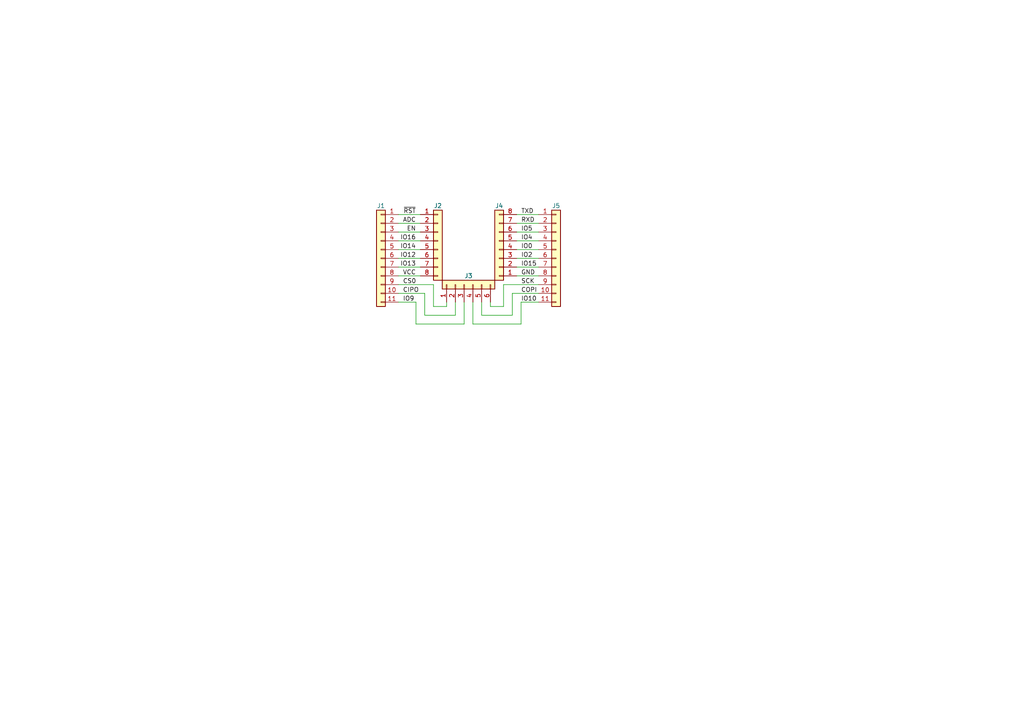
<source format=kicad_sch>
(kicad_sch (version 20211014) (generator eeschema)

  (uuid e63e39d7-6ac0-4ffd-8aa3-1841a4541b55)

  (paper "A4")

  (lib_symbols
    (symbol "Connector_Generic:Conn_01x06" (pin_names (offset 1.016) hide) (in_bom yes) (on_board yes)
      (property "Reference" "J" (id 0) (at 0 7.62 0)
        (effects (font (size 1.27 1.27)))
      )
      (property "Value" "Conn_01x06" (id 1) (at 0 -10.16 0)
        (effects (font (size 1.27 1.27)))
      )
      (property "Footprint" "" (id 2) (at 0 0 0)
        (effects (font (size 1.27 1.27)) hide)
      )
      (property "Datasheet" "~" (id 3) (at 0 0 0)
        (effects (font (size 1.27 1.27)) hide)
      )
      (property "ki_keywords" "connector" (id 4) (at 0 0 0)
        (effects (font (size 1.27 1.27)) hide)
      )
      (property "ki_description" "Generic connector, single row, 01x06, script generated (kicad-library-utils/schlib/autogen/connector/)" (id 5) (at 0 0 0)
        (effects (font (size 1.27 1.27)) hide)
      )
      (property "ki_fp_filters" "Connector*:*_1x??_*" (id 6) (at 0 0 0)
        (effects (font (size 1.27 1.27)) hide)
      )
      (symbol "Conn_01x06_1_1"
        (rectangle (start -1.27 -7.493) (end 0 -7.747)
          (stroke (width 0.1524) (type default))
          (fill (type none))
        )
        (rectangle (start -1.27 -4.953) (end 0 -5.207)
          (stroke (width 0.1524) (type default))
          (fill (type none))
        )
        (rectangle (start -1.27 -2.413) (end 0 -2.667)
          (stroke (width 0.1524) (type default))
          (fill (type none))
        )
        (rectangle (start -1.27 0.127) (end 0 -0.127)
          (stroke (width 0.1524) (type default))
          (fill (type none))
        )
        (rectangle (start -1.27 2.667) (end 0 2.413)
          (stroke (width 0.1524) (type default))
          (fill (type none))
        )
        (rectangle (start -1.27 5.207) (end 0 4.953)
          (stroke (width 0.1524) (type default))
          (fill (type none))
        )
        (rectangle (start -1.27 6.35) (end 1.27 -8.89)
          (stroke (width 0.254) (type default))
          (fill (type background))
        )
        (pin passive line (at -5.08 5.08 0) (length 3.81)
          (name "Pin_1" (effects (font (size 1.27 1.27))))
          (number "1" (effects (font (size 1.27 1.27))))
        )
        (pin passive line (at -5.08 2.54 0) (length 3.81)
          (name "Pin_2" (effects (font (size 1.27 1.27))))
          (number "2" (effects (font (size 1.27 1.27))))
        )
        (pin passive line (at -5.08 0 0) (length 3.81)
          (name "Pin_3" (effects (font (size 1.27 1.27))))
          (number "3" (effects (font (size 1.27 1.27))))
        )
        (pin passive line (at -5.08 -2.54 0) (length 3.81)
          (name "Pin_4" (effects (font (size 1.27 1.27))))
          (number "4" (effects (font (size 1.27 1.27))))
        )
        (pin passive line (at -5.08 -5.08 0) (length 3.81)
          (name "Pin_5" (effects (font (size 1.27 1.27))))
          (number "5" (effects (font (size 1.27 1.27))))
        )
        (pin passive line (at -5.08 -7.62 0) (length 3.81)
          (name "Pin_6" (effects (font (size 1.27 1.27))))
          (number "6" (effects (font (size 1.27 1.27))))
        )
      )
    )
    (symbol "Connector_Generic:Conn_01x08" (pin_names (offset 1.016) hide) (in_bom yes) (on_board yes)
      (property "Reference" "J" (id 0) (at 0 10.16 0)
        (effects (font (size 1.27 1.27)))
      )
      (property "Value" "Conn_01x08" (id 1) (at 0 -12.7 0)
        (effects (font (size 1.27 1.27)))
      )
      (property "Footprint" "" (id 2) (at 0 0 0)
        (effects (font (size 1.27 1.27)) hide)
      )
      (property "Datasheet" "~" (id 3) (at 0 0 0)
        (effects (font (size 1.27 1.27)) hide)
      )
      (property "ki_keywords" "connector" (id 4) (at 0 0 0)
        (effects (font (size 1.27 1.27)) hide)
      )
      (property "ki_description" "Generic connector, single row, 01x08, script generated (kicad-library-utils/schlib/autogen/connector/)" (id 5) (at 0 0 0)
        (effects (font (size 1.27 1.27)) hide)
      )
      (property "ki_fp_filters" "Connector*:*_1x??_*" (id 6) (at 0 0 0)
        (effects (font (size 1.27 1.27)) hide)
      )
      (symbol "Conn_01x08_1_1"
        (rectangle (start -1.27 -10.033) (end 0 -10.287)
          (stroke (width 0.1524) (type default))
          (fill (type none))
        )
        (rectangle (start -1.27 -7.493) (end 0 -7.747)
          (stroke (width 0.1524) (type default))
          (fill (type none))
        )
        (rectangle (start -1.27 -4.953) (end 0 -5.207)
          (stroke (width 0.1524) (type default))
          (fill (type none))
        )
        (rectangle (start -1.27 -2.413) (end 0 -2.667)
          (stroke (width 0.1524) (type default))
          (fill (type none))
        )
        (rectangle (start -1.27 0.127) (end 0 -0.127)
          (stroke (width 0.1524) (type default))
          (fill (type none))
        )
        (rectangle (start -1.27 2.667) (end 0 2.413)
          (stroke (width 0.1524) (type default))
          (fill (type none))
        )
        (rectangle (start -1.27 5.207) (end 0 4.953)
          (stroke (width 0.1524) (type default))
          (fill (type none))
        )
        (rectangle (start -1.27 7.747) (end 0 7.493)
          (stroke (width 0.1524) (type default))
          (fill (type none))
        )
        (rectangle (start -1.27 8.89) (end 1.27 -11.43)
          (stroke (width 0.254) (type default))
          (fill (type background))
        )
        (pin passive line (at -5.08 7.62 0) (length 3.81)
          (name "Pin_1" (effects (font (size 1.27 1.27))))
          (number "1" (effects (font (size 1.27 1.27))))
        )
        (pin passive line (at -5.08 5.08 0) (length 3.81)
          (name "Pin_2" (effects (font (size 1.27 1.27))))
          (number "2" (effects (font (size 1.27 1.27))))
        )
        (pin passive line (at -5.08 2.54 0) (length 3.81)
          (name "Pin_3" (effects (font (size 1.27 1.27))))
          (number "3" (effects (font (size 1.27 1.27))))
        )
        (pin passive line (at -5.08 0 0) (length 3.81)
          (name "Pin_4" (effects (font (size 1.27 1.27))))
          (number "4" (effects (font (size 1.27 1.27))))
        )
        (pin passive line (at -5.08 -2.54 0) (length 3.81)
          (name "Pin_5" (effects (font (size 1.27 1.27))))
          (number "5" (effects (font (size 1.27 1.27))))
        )
        (pin passive line (at -5.08 -5.08 0) (length 3.81)
          (name "Pin_6" (effects (font (size 1.27 1.27))))
          (number "6" (effects (font (size 1.27 1.27))))
        )
        (pin passive line (at -5.08 -7.62 0) (length 3.81)
          (name "Pin_7" (effects (font (size 1.27 1.27))))
          (number "7" (effects (font (size 1.27 1.27))))
        )
        (pin passive line (at -5.08 -10.16 0) (length 3.81)
          (name "Pin_8" (effects (font (size 1.27 1.27))))
          (number "8" (effects (font (size 1.27 1.27))))
        )
      )
    )
    (symbol "Connector_Generic:Conn_01x11" (pin_names (offset 1.016) hide) (in_bom yes) (on_board yes)
      (property "Reference" "J" (id 0) (at 0 15.24 0)
        (effects (font (size 1.27 1.27)))
      )
      (property "Value" "Conn_01x11" (id 1) (at 0 -15.24 0)
        (effects (font (size 1.27 1.27)))
      )
      (property "Footprint" "" (id 2) (at 0 0 0)
        (effects (font (size 1.27 1.27)) hide)
      )
      (property "Datasheet" "~" (id 3) (at 0 0 0)
        (effects (font (size 1.27 1.27)) hide)
      )
      (property "ki_keywords" "connector" (id 4) (at 0 0 0)
        (effects (font (size 1.27 1.27)) hide)
      )
      (property "ki_description" "Generic connector, single row, 01x11, script generated (kicad-library-utils/schlib/autogen/connector/)" (id 5) (at 0 0 0)
        (effects (font (size 1.27 1.27)) hide)
      )
      (property "ki_fp_filters" "Connector*:*_1x??_*" (id 6) (at 0 0 0)
        (effects (font (size 1.27 1.27)) hide)
      )
      (symbol "Conn_01x11_1_1"
        (rectangle (start -1.27 -12.573) (end 0 -12.827)
          (stroke (width 0.1524) (type default))
          (fill (type none))
        )
        (rectangle (start -1.27 -10.033) (end 0 -10.287)
          (stroke (width 0.1524) (type default))
          (fill (type none))
        )
        (rectangle (start -1.27 -7.493) (end 0 -7.747)
          (stroke (width 0.1524) (type default))
          (fill (type none))
        )
        (rectangle (start -1.27 -4.953) (end 0 -5.207)
          (stroke (width 0.1524) (type default))
          (fill (type none))
        )
        (rectangle (start -1.27 -2.413) (end 0 -2.667)
          (stroke (width 0.1524) (type default))
          (fill (type none))
        )
        (rectangle (start -1.27 0.127) (end 0 -0.127)
          (stroke (width 0.1524) (type default))
          (fill (type none))
        )
        (rectangle (start -1.27 2.667) (end 0 2.413)
          (stroke (width 0.1524) (type default))
          (fill (type none))
        )
        (rectangle (start -1.27 5.207) (end 0 4.953)
          (stroke (width 0.1524) (type default))
          (fill (type none))
        )
        (rectangle (start -1.27 7.747) (end 0 7.493)
          (stroke (width 0.1524) (type default))
          (fill (type none))
        )
        (rectangle (start -1.27 10.287) (end 0 10.033)
          (stroke (width 0.1524) (type default))
          (fill (type none))
        )
        (rectangle (start -1.27 12.827) (end 0 12.573)
          (stroke (width 0.1524) (type default))
          (fill (type none))
        )
        (rectangle (start -1.27 13.97) (end 1.27 -13.97)
          (stroke (width 0.254) (type default))
          (fill (type background))
        )
        (pin passive line (at -5.08 12.7 0) (length 3.81)
          (name "Pin_1" (effects (font (size 1.27 1.27))))
          (number "1" (effects (font (size 1.27 1.27))))
        )
        (pin passive line (at -5.08 -10.16 0) (length 3.81)
          (name "Pin_10" (effects (font (size 1.27 1.27))))
          (number "10" (effects (font (size 1.27 1.27))))
        )
        (pin passive line (at -5.08 -12.7 0) (length 3.81)
          (name "Pin_11" (effects (font (size 1.27 1.27))))
          (number "11" (effects (font (size 1.27 1.27))))
        )
        (pin passive line (at -5.08 10.16 0) (length 3.81)
          (name "Pin_2" (effects (font (size 1.27 1.27))))
          (number "2" (effects (font (size 1.27 1.27))))
        )
        (pin passive line (at -5.08 7.62 0) (length 3.81)
          (name "Pin_3" (effects (font (size 1.27 1.27))))
          (number "3" (effects (font (size 1.27 1.27))))
        )
        (pin passive line (at -5.08 5.08 0) (length 3.81)
          (name "Pin_4" (effects (font (size 1.27 1.27))))
          (number "4" (effects (font (size 1.27 1.27))))
        )
        (pin passive line (at -5.08 2.54 0) (length 3.81)
          (name "Pin_5" (effects (font (size 1.27 1.27))))
          (number "5" (effects (font (size 1.27 1.27))))
        )
        (pin passive line (at -5.08 0 0) (length 3.81)
          (name "Pin_6" (effects (font (size 1.27 1.27))))
          (number "6" (effects (font (size 1.27 1.27))))
        )
        (pin passive line (at -5.08 -2.54 0) (length 3.81)
          (name "Pin_7" (effects (font (size 1.27 1.27))))
          (number "7" (effects (font (size 1.27 1.27))))
        )
        (pin passive line (at -5.08 -5.08 0) (length 3.81)
          (name "Pin_8" (effects (font (size 1.27 1.27))))
          (number "8" (effects (font (size 1.27 1.27))))
        )
        (pin passive line (at -5.08 -7.62 0) (length 3.81)
          (name "Pin_9" (effects (font (size 1.27 1.27))))
          (number "9" (effects (font (size 1.27 1.27))))
        )
      )
    )
  )


  (wire (pts (xy 115.57 69.85) (xy 121.92 69.85))
    (stroke (width 0) (type default))
    (uuid 02c80ffa-2b57-4150-98f7-5e8f2570992c)
  )
  (wire (pts (xy 115.57 64.77) (xy 121.92 64.77))
    (stroke (width 0) (type default))
    (uuid 0567a4de-9bca-4124-86cd-85ffc8f5ac1b)
  )
  (wire (pts (xy 115.57 82.55) (xy 125.73 82.55))
    (stroke (width 0) (type default))
    (uuid 06f7fbe8-4b5b-446c-9752-bb32dc9894f8)
  )
  (wire (pts (xy 146.05 82.55) (xy 156.21 82.55))
    (stroke (width 0) (type default))
    (uuid 08bcad49-da88-496a-a818-fa3a5821abe2)
  )
  (wire (pts (xy 149.86 67.31) (xy 156.21 67.31))
    (stroke (width 0) (type default))
    (uuid 0afecb5d-3aaa-4c12-b41c-ceb8a5820b52)
  )
  (wire (pts (xy 142.24 87.63) (xy 142.24 88.9))
    (stroke (width 0) (type default))
    (uuid 153d1bfe-f46b-418b-b9f9-4f2e518d4f2d)
  )
  (wire (pts (xy 134.62 93.98) (xy 120.65 93.98))
    (stroke (width 0) (type default))
    (uuid 15ae3799-db68-41f6-b665-c645a9a6273d)
  )
  (wire (pts (xy 123.19 91.44) (xy 132.08 91.44))
    (stroke (width 0) (type default))
    (uuid 1d9afec2-9e5a-4cbf-bf31-961fbd8fdaf0)
  )
  (wire (pts (xy 156.21 85.09) (xy 148.59 85.09))
    (stroke (width 0) (type default))
    (uuid 2395fd21-ee7b-4de6-89cf-368a64cb56df)
  )
  (wire (pts (xy 139.7 87.63) (xy 139.7 91.44))
    (stroke (width 0) (type default))
    (uuid 2410b564-f0df-45e5-b72d-6fe18542cdf7)
  )
  (wire (pts (xy 149.86 80.01) (xy 156.21 80.01))
    (stroke (width 0) (type default))
    (uuid 287a03fa-6599-4bb6-9436-308dc4bfe04d)
  )
  (wire (pts (xy 139.7 91.44) (xy 148.59 91.44))
    (stroke (width 0) (type default))
    (uuid 3804a4ba-3c75-4041-9ba2-521c99c6b12a)
  )
  (wire (pts (xy 125.73 82.55) (xy 125.73 88.9))
    (stroke (width 0) (type default))
    (uuid 3e571faa-7815-4c77-971f-cd8fea890345)
  )
  (wire (pts (xy 123.19 85.09) (xy 123.19 91.44))
    (stroke (width 0) (type default))
    (uuid 450d58dd-f622-4dcb-b696-ed922656f827)
  )
  (wire (pts (xy 115.57 87.63) (xy 120.65 87.63))
    (stroke (width 0) (type default))
    (uuid 489e80c4-9f44-4db8-8762-2bbde760952d)
  )
  (wire (pts (xy 115.57 72.39) (xy 121.92 72.39))
    (stroke (width 0) (type default))
    (uuid 4de33e89-5062-4f7b-a8c1-d8591f860778)
  )
  (wire (pts (xy 132.08 87.63) (xy 132.08 91.44))
    (stroke (width 0) (type default))
    (uuid 508eef7e-606f-4065-ac87-0c09ced69360)
  )
  (wire (pts (xy 115.57 62.23) (xy 121.92 62.23))
    (stroke (width 0) (type default))
    (uuid 512e41cd-610e-4205-8c43-803e129dc931)
  )
  (wire (pts (xy 125.73 88.9) (xy 129.54 88.9))
    (stroke (width 0) (type default))
    (uuid 5e01ec22-0498-48d5-9ebc-7bf56710528a)
  )
  (wire (pts (xy 149.86 69.85) (xy 156.21 69.85))
    (stroke (width 0) (type default))
    (uuid 62cdf480-cb19-4dce-8aa4-3c28e7889b60)
  )
  (wire (pts (xy 151.13 87.63) (xy 156.21 87.63))
    (stroke (width 0) (type default))
    (uuid 6c47f8a0-58e2-49f5-93a9-41dc917920fe)
  )
  (wire (pts (xy 142.24 88.9) (xy 146.05 88.9))
    (stroke (width 0) (type default))
    (uuid 74272323-5ef7-4a92-9657-c27a1a1675a0)
  )
  (wire (pts (xy 149.86 62.23) (xy 156.21 62.23))
    (stroke (width 0) (type default))
    (uuid 8b03350a-9a27-4e8b-a7f2-d1c74102e621)
  )
  (wire (pts (xy 115.57 80.01) (xy 121.92 80.01))
    (stroke (width 0) (type default))
    (uuid 91df9f69-c0af-4167-9128-2fae40dbdd3b)
  )
  (wire (pts (xy 129.54 87.63) (xy 129.54 88.9))
    (stroke (width 0) (type default))
    (uuid 9478a387-0d0d-43c0-ac6b-9f294d1f46e1)
  )
  (wire (pts (xy 146.05 88.9) (xy 146.05 82.55))
    (stroke (width 0) (type default))
    (uuid 9a38446a-30fb-48a8-b118-416d557249da)
  )
  (wire (pts (xy 137.16 93.98) (xy 151.13 93.98))
    (stroke (width 0) (type default))
    (uuid a0576b86-4339-4fe7-90f9-a86443f371dd)
  )
  (wire (pts (xy 148.59 85.09) (xy 148.59 91.44))
    (stroke (width 0) (type default))
    (uuid a48c682b-e456-412d-ba61-416ad752ae66)
  )
  (wire (pts (xy 149.86 74.93) (xy 156.21 74.93))
    (stroke (width 0) (type default))
    (uuid a9c65548-7b10-464f-8c6e-dd54bce38cf7)
  )
  (wire (pts (xy 151.13 93.98) (xy 151.13 87.63))
    (stroke (width 0) (type default))
    (uuid ae5787de-8059-4d56-992f-63c88d07f9f7)
  )
  (wire (pts (xy 115.57 74.93) (xy 121.92 74.93))
    (stroke (width 0) (type default))
    (uuid aebedd11-ac07-49f1-b97f-fb5c43bbfdff)
  )
  (wire (pts (xy 115.57 77.47) (xy 121.92 77.47))
    (stroke (width 0) (type default))
    (uuid aef8255b-1e0b-4d3d-8273-ee58a7808e8c)
  )
  (wire (pts (xy 137.16 87.63) (xy 137.16 93.98))
    (stroke (width 0) (type default))
    (uuid beab3d5c-1c35-4e1a-b94f-200384965735)
  )
  (wire (pts (xy 149.86 77.47) (xy 156.21 77.47))
    (stroke (width 0) (type default))
    (uuid d14b5fd7-2715-427d-a618-edf54af659b8)
  )
  (wire (pts (xy 149.86 72.39) (xy 156.21 72.39))
    (stroke (width 0) (type default))
    (uuid d3ab6fae-f122-49ed-bd66-219df2395dbb)
  )
  (wire (pts (xy 120.65 93.98) (xy 120.65 87.63))
    (stroke (width 0) (type default))
    (uuid d43198c6-a55f-4453-bb75-5e4f8a933f54)
  )
  (wire (pts (xy 149.86 64.77) (xy 156.21 64.77))
    (stroke (width 0) (type default))
    (uuid d6f6ba6d-6c23-4963-b7cd-f1df2516038c)
  )
  (wire (pts (xy 115.57 67.31) (xy 121.92 67.31))
    (stroke (width 0) (type default))
    (uuid e04fa5a4-5888-459a-add0-7d3aa40f6d97)
  )
  (wire (pts (xy 134.62 87.63) (xy 134.62 93.98))
    (stroke (width 0) (type default))
    (uuid e1238658-d923-46d1-a8b1-3c00a522a6d9)
  )
  (wire (pts (xy 115.57 85.09) (xy 123.19 85.09))
    (stroke (width 0) (type default))
    (uuid e9d58c60-25f1-459a-88ac-30a3fe967b4f)
  )

  (label "IO9" (at 116.84 87.63 0) (fields_autoplaced)
    (effects (font (size 1.27 1.27)) (justify left bottom))
    (uuid 21ec377d-e3fc-4fed-95db-c15f2d6be99a)
  )
  (label "VCC" (at 120.65 80.01 0) (fields_autoplaced)
    (effects (font (size 1.27 1.27)) (justify right bottom))
    (uuid 275e8601-37af-4dfb-8ad4-c8b9d924a0d5)
  )
  (label "IO12" (at 120.65 74.93 0) (fields_autoplaced)
    (effects (font (size 1.27 1.27)) (justify right bottom))
    (uuid 32d4d42c-48dd-4942-8faa-8acdeacf5d9d)
  )
  (label "SCK" (at 151.13 82.55 0) (fields_autoplaced)
    (effects (font (size 1.27 1.27)) (justify left bottom))
    (uuid 46da4625-29d8-49ab-9457-4b4e7b338c01)
  )
  (label "IO0" (at 151.13 72.39 0) (fields_autoplaced)
    (effects (font (size 1.27 1.27)) (justify left bottom))
    (uuid 56c47e38-39c6-4156-af85-df0e77ac2d1d)
  )
  (label "ADC" (at 120.65 64.77 0) (fields_autoplaced)
    (effects (font (size 1.27 1.27)) (justify right bottom))
    (uuid 5d2c038b-6646-4fcb-986f-765218b65ea0)
  )
  (label "CIPO" (at 116.84 85.09 0) (fields_autoplaced)
    (effects (font (size 1.27 1.27)) (justify left bottom))
    (uuid 63a30107-e64a-4f1f-b117-b90cb84b149e)
  )
  (label "GND" (at 151.13 80.01 0) (fields_autoplaced)
    (effects (font (size 1.27 1.27)) (justify left bottom))
    (uuid 84d70bf1-5884-42c3-8d73-99d2bbead97a)
  )
  (label "TXD" (at 151.13 62.23 0) (fields_autoplaced)
    (effects (font (size 1.27 1.27)) (justify left bottom))
    (uuid 8e7f92d7-804a-4e05-a090-bb438f375645)
  )
  (label "IO14" (at 120.65 72.39 0) (fields_autoplaced)
    (effects (font (size 1.27 1.27)) (justify right bottom))
    (uuid 97b35732-bada-4444-87f7-c2745ff0c912)
  )
  (label "IO4" (at 151.13 69.85 0) (fields_autoplaced)
    (effects (font (size 1.27 1.27)) (justify left bottom))
    (uuid bf8feaed-4695-4472-ab80-b9fe80bdbc81)
  )
  (label "IO5" (at 151.13 67.31 0) (fields_autoplaced)
    (effects (font (size 1.27 1.27)) (justify left bottom))
    (uuid c1848430-b6a8-4327-84da-59fe8e8316a8)
  )
  (label "IO13" (at 120.65 77.47 0) (fields_autoplaced)
    (effects (font (size 1.27 1.27)) (justify right bottom))
    (uuid c38efcfc-1578-4593-af06-a92e4a42b421)
  )
  (label "IO10" (at 151.13 87.63 0) (fields_autoplaced)
    (effects (font (size 1.27 1.27)) (justify left bottom))
    (uuid c4f4d3fb-c052-4efb-af00-9f03e49871a2)
  )
  (label "IO16" (at 120.65 69.85 0) (fields_autoplaced)
    (effects (font (size 1.27 1.27)) (justify right bottom))
    (uuid c5aab209-9159-4424-bbd1-043228d29af8)
  )
  (label "EN" (at 120.65 67.31 0) (fields_autoplaced)
    (effects (font (size 1.27 1.27)) (justify right bottom))
    (uuid c9c02e06-1e62-41bb-8246-335200ccf2a5)
  )
  (label "IO2" (at 151.13 74.93 0) (fields_autoplaced)
    (effects (font (size 1.27 1.27)) (justify left bottom))
    (uuid cb6beca1-f361-491c-8061-82cd74a28dfc)
  )
  (label "RXD" (at 151.13 64.77 0) (fields_autoplaced)
    (effects (font (size 1.27 1.27)) (justify left bottom))
    (uuid d414a0eb-072d-4597-8065-0c58a068c412)
  )
  (label "IO15" (at 151.13 77.47 0) (fields_autoplaced)
    (effects (font (size 1.27 1.27)) (justify left bottom))
    (uuid d549575d-c980-4d5c-9479-c6a6bb1125c4)
  )
  (label "COPI" (at 151.13 85.09 0) (fields_autoplaced)
    (effects (font (size 1.27 1.27)) (justify left bottom))
    (uuid d6201297-d47a-491d-9d8e-9615a519c818)
  )
  (label "CS0" (at 116.84 82.55 0) (fields_autoplaced)
    (effects (font (size 1.27 1.27)) (justify left bottom))
    (uuid d6a10cc9-e23d-4cff-880c-1c4e7c655172)
  )
  (label "~{RST}" (at 120.65 62.23 0) (fields_autoplaced)
    (effects (font (size 1.27 1.27)) (justify right bottom))
    (uuid fe8cbf07-3009-44a6-9e53-be7de4bcb490)
  )

  (symbol (lib_id "Connector_Generic:Conn_01x11") (at 161.29 74.93 0) (unit 1)
    (in_bom yes) (on_board yes)
    (uuid 277e35f0-0374-46e9-9598-799a3d1c264f)
    (property "Reference" "J5" (id 0) (at 161.29 59.69 0)
      (effects (font (size 1.27 1.27)))
    )
    (property "Value" "Conn_01x11" (id 1) (at 163.83 76.835 0)
      (effects (font (size 1.27 1.27)) (justify left) hide)
    )
    (property "Footprint" "Connector_PinHeader_2.54mm:PinHeader_1x11_P2.54mm_Vertical" (id 2) (at 161.29 74.93 0)
      (effects (font (size 1.27 1.27)) hide)
    )
    (property "Datasheet" "~" (id 3) (at 161.29 74.93 0)
      (effects (font (size 1.27 1.27)) hide)
    )
    (pin "1" (uuid 5ba441ec-7058-496e-8c19-5093df270303))
    (pin "10" (uuid b5c802cc-db62-4b34-93d5-a5c5ddbb4bc6))
    (pin "11" (uuid 14401e07-35c6-4a34-9ade-4e11ec5e6195))
    (pin "2" (uuid 92b61fd1-f40c-4ec6-a22d-0e20a325a8e2))
    (pin "3" (uuid 2b082c9e-8f54-435d-8931-44d03bb39619))
    (pin "4" (uuid e7b92c7b-fd2d-420e-975e-6b29d8ce868c))
    (pin "5" (uuid 14f12154-e709-43e1-b02f-144d15664ec8))
    (pin "6" (uuid be384c49-abdd-46a4-9e08-d1c169707648))
    (pin "7" (uuid ec31f6af-caf6-4325-b923-7ebbaa50e024))
    (pin "8" (uuid c3114ba2-1e33-4716-9ea9-6243a0f91ac6))
    (pin "9" (uuid 33f5a582-0b32-4b72-b4e9-ca47ae33e4bd))
  )

  (symbol (lib_id "Connector_Generic:Conn_01x11") (at 110.49 74.93 0) (mirror y) (unit 1)
    (in_bom yes) (on_board yes)
    (uuid 7dd51aca-6274-41f9-804a-42ddfca3c508)
    (property "Reference" "J1" (id 0) (at 110.49 59.69 0)
      (effects (font (size 1.27 1.27)))
    )
    (property "Value" "Conn_01x11" (id 1) (at 107.95 74.93 0)
      (effects (font (size 1.27 1.27)) hide)
    )
    (property "Footprint" "Connector_PinHeader_2.54mm:PinHeader_1x11_P2.54mm_Vertical" (id 2) (at 110.49 74.93 0)
      (effects (font (size 1.27 1.27)) hide)
    )
    (property "Datasheet" "~" (id 3) (at 110.49 74.93 0)
      (effects (font (size 1.27 1.27)) hide)
    )
    (pin "1" (uuid 5e89e722-4ac1-42a1-8758-a65d546ae93c))
    (pin "10" (uuid c3a494a4-6049-42a6-b0a7-16e7e6833e38))
    (pin "11" (uuid a9865c77-d606-4042-8ea0-9609f3e536c8))
    (pin "2" (uuid 5d161975-3ae7-4fc5-b232-96b099e41b62))
    (pin "3" (uuid 7c9726a2-a90f-443f-86ce-cff863b9f3b5))
    (pin "4" (uuid 80c8dda4-552c-4be5-b318-cc2c68b5013c))
    (pin "5" (uuid 048247de-28c1-459b-9219-f793a6906a40))
    (pin "6" (uuid 959516e7-f520-41ca-8128-77217307c260))
    (pin "7" (uuid b16e8e7f-7b63-4a5f-8865-ad68ca2aee64))
    (pin "8" (uuid ed7f7bc2-def6-412f-b831-f473c360ed9e))
    (pin "9" (uuid 396664ef-3d53-4d95-a30f-0e341dff7c0a))
  )

  (symbol (lib_id "Connector_Generic:Conn_01x08") (at 127 69.85 0) (unit 1)
    (in_bom yes) (on_board yes)
    (uuid 92460db0-ffab-4158-953b-5ab014e0b798)
    (property "Reference" "J2" (id 0) (at 127 59.69 0)
      (effects (font (size 1.27 1.27)))
    )
    (property "Value" "Conn_01x08" (id 1) (at 129.54 69.85 90)
      (effects (font (size 1.27 1.27)) hide)
    )
    (property "Footprint" "FlexyPin:FlexyPin_1x08_P2.00mm" (id 2) (at 127 69.85 0)
      (effects (font (size 1.27 1.27)) hide)
    )
    (property "Datasheet" "~" (id 3) (at 127 69.85 0)
      (effects (font (size 1.27 1.27)) hide)
    )
    (pin "1" (uuid 82dc2418-cfa6-4b4c-a998-c235954fb968))
    (pin "2" (uuid 08878d56-7ce2-4823-bd08-496599f3ff0c))
    (pin "3" (uuid c8e5ba63-4015-4eef-9939-1c3752ba4fad))
    (pin "4" (uuid 866193a7-0208-4bb2-a74a-0cf250681f6e))
    (pin "5" (uuid 12e3194d-c140-4d2f-8b52-4c2b40f6e5ef))
    (pin "6" (uuid d076ef9d-1113-4af9-9200-9d9a0b5518b7))
    (pin "7" (uuid 269a85b9-c19e-4278-ae18-4f18f80a4f85))
    (pin "8" (uuid 51bb7c13-a7a5-4061-9972-3bc823440ffa))
  )

  (symbol (lib_id "Connector_Generic:Conn_01x06") (at 134.62 82.55 90) (unit 1)
    (in_bom yes) (on_board yes)
    (uuid 990f80ca-21fe-4b7e-836a-c294e897c9a8)
    (property "Reference" "J3" (id 0) (at 135.89 80.01 90)
      (effects (font (size 1.27 1.27)))
    )
    (property "Value" "Conn_01x06" (id 1) (at 135.89 80.01 90)
      (effects (font (size 1.27 1.27)) hide)
    )
    (property "Footprint" "FlexyPin:FlexyPin_1x06_P2.00mm" (id 2) (at 134.62 82.55 0)
      (effects (font (size 1.27 1.27)) hide)
    )
    (property "Datasheet" "~" (id 3) (at 134.62 82.55 0)
      (effects (font (size 1.27 1.27)) hide)
    )
    (pin "1" (uuid 5611a6ec-3146-4460-a5bf-c2f65eff8793))
    (pin "2" (uuid e62daa5b-cf3b-4770-a4e7-68d7e6df2739))
    (pin "3" (uuid 5a1d76c8-dfeb-4600-8dc8-00d9f0db7137))
    (pin "4" (uuid 1568ce5d-1305-4d2b-9586-590d6a1deb78))
    (pin "5" (uuid 9782c4a7-fbeb-488e-b1b3-f6b7b69a828e))
    (pin "6" (uuid bc165b92-b5a7-483a-a85a-0a5814dc4b4b))
  )

  (symbol (lib_id "Connector_Generic:Conn_01x08") (at 144.78 72.39 180) (unit 1)
    (in_bom yes) (on_board yes)
    (uuid b551ce5a-9472-40dd-a26b-c4a16dc699ca)
    (property "Reference" "J4" (id 0) (at 144.78 59.69 0)
      (effects (font (size 1.27 1.27)))
    )
    (property "Value" "Conn_01x08" (id 1) (at 142.24 72.39 90)
      (effects (font (size 1.27 1.27)) hide)
    )
    (property "Footprint" "FlexyPin:FlexyPin_1x08_P2.00mm" (id 2) (at 144.78 72.39 0)
      (effects (font (size 1.27 1.27)) hide)
    )
    (property "Datasheet" "~" (id 3) (at 144.78 72.39 0)
      (effects (font (size 1.27 1.27)) hide)
    )
    (pin "1" (uuid 8db4adbb-bd1b-444c-9f46-268a445c2a18))
    (pin "2" (uuid 47316a27-90b9-4203-8d80-1a6ea2e2c9c5))
    (pin "3" (uuid efd48842-0731-486c-aa52-d3a438a77b1b))
    (pin "4" (uuid d7720325-7c88-44fe-a0f5-a5b452a29655))
    (pin "5" (uuid 00c9b569-1b4b-437f-9fce-02beb1dd2e53))
    (pin "6" (uuid 058dcbed-2f5a-445a-badb-ee1c05b6e3c4))
    (pin "7" (uuid dee70df8-943e-4dec-9d96-540fc6995069))
    (pin "8" (uuid a896da60-b54e-4fda-85d0-680f8b9ccdef))
  )

  (sheet_instances
    (path "/" (page "1"))
  )

  (symbol_instances
    (path "/7dd51aca-6274-41f9-804a-42ddfca3c508"
      (reference "J1") (unit 1) (value "Conn_01x11") (footprint "Connector_PinHeader_2.54mm:PinHeader_1x11_P2.54mm_Vertical")
    )
    (path "/92460db0-ffab-4158-953b-5ab014e0b798"
      (reference "J2") (unit 1) (value "Conn_01x08") (footprint "FlexyPin:FlexyPin_1x08_P2.00mm")
    )
    (path "/990f80ca-21fe-4b7e-836a-c294e897c9a8"
      (reference "J3") (unit 1) (value "Conn_01x06") (footprint "FlexyPin:FlexyPin_1x06_P2.00mm")
    )
    (path "/b551ce5a-9472-40dd-a26b-c4a16dc699ca"
      (reference "J4") (unit 1) (value "Conn_01x08") (footprint "FlexyPin:FlexyPin_1x08_P2.00mm")
    )
    (path "/277e35f0-0374-46e9-9598-799a3d1c264f"
      (reference "J5") (unit 1) (value "Conn_01x11") (footprint "Connector_PinHeader_2.54mm:PinHeader_1x11_P2.54mm_Vertical")
    )
  )
)

</source>
